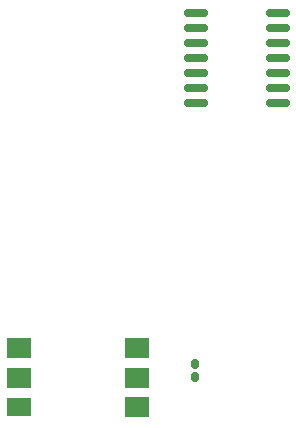
<source format=gbr>
%TF.GenerationSoftware,KiCad,Pcbnew,(6.0.11)*%
%TF.CreationDate,2023-02-15T13:18:50+01:00*%
%TF.ProjectId,FringeLocker,4672696e-6765-44c6-9f63-6b65722e6b69,0.1*%
%TF.SameCoordinates,Original*%
%TF.FileFunction,Paste,Top*%
%TF.FilePolarity,Positive*%
%FSLAX46Y46*%
G04 Gerber Fmt 4.6, Leading zero omitted, Abs format (unit mm)*
G04 Created by KiCad (PCBNEW (6.0.11)) date 2023-02-15 13:18:50*
%MOMM*%
%LPD*%
G01*
G04 APERTURE LIST*
G04 Aperture macros list*
%AMRoundRect*
0 Rectangle with rounded corners*
0 $1 Rounding radius*
0 $2 $3 $4 $5 $6 $7 $8 $9 X,Y pos of 4 corners*
0 Add a 4 corners polygon primitive as box body*
4,1,4,$2,$3,$4,$5,$6,$7,$8,$9,$2,$3,0*
0 Add four circle primitives for the rounded corners*
1,1,$1+$1,$2,$3*
1,1,$1+$1,$4,$5*
1,1,$1+$1,$6,$7*
1,1,$1+$1,$8,$9*
0 Add four rect primitives between the rounded corners*
20,1,$1+$1,$2,$3,$4,$5,0*
20,1,$1+$1,$4,$5,$6,$7,0*
20,1,$1+$1,$6,$7,$8,$9,0*
20,1,$1+$1,$8,$9,$2,$3,0*%
G04 Aperture macros list end*
%ADD10RoundRect,0.160000X0.160000X-0.222500X0.160000X0.222500X-0.160000X0.222500X-0.160000X-0.222500X0*%
%ADD11R,2.000000X1.780000*%
%ADD12R,2.000000X1.750000*%
%ADD13R,2.000000X1.620000*%
%ADD14R,2.000000X1.700000*%
%ADD15RoundRect,0.150000X-0.837500X-0.150000X0.837500X-0.150000X0.837500X0.150000X-0.837500X0.150000X0*%
G04 APERTURE END LIST*
D10*
%TO.C,D3*%
X141600000Y-103345000D03*
X141600000Y-102200000D03*
%TD*%
D11*
%TO.C,SW2*%
X126650000Y-100875000D03*
D12*
X126650000Y-103375000D03*
D13*
X126650000Y-105875000D03*
D14*
X136650000Y-100875000D03*
D11*
X136650000Y-103375000D03*
X136650000Y-105875000D03*
%TD*%
D15*
%TO.C,U1*%
X141632500Y-72527500D03*
X141632500Y-73797500D03*
X141632500Y-75067500D03*
X141632500Y-76337500D03*
X141632500Y-77607500D03*
X141632500Y-78877500D03*
X141632500Y-80147500D03*
X148557500Y-80147500D03*
X148557500Y-78877500D03*
X148557500Y-77607500D03*
X148557500Y-76337500D03*
X148557500Y-75067500D03*
X148557500Y-73797500D03*
X148557500Y-72527500D03*
%TD*%
M02*

</source>
